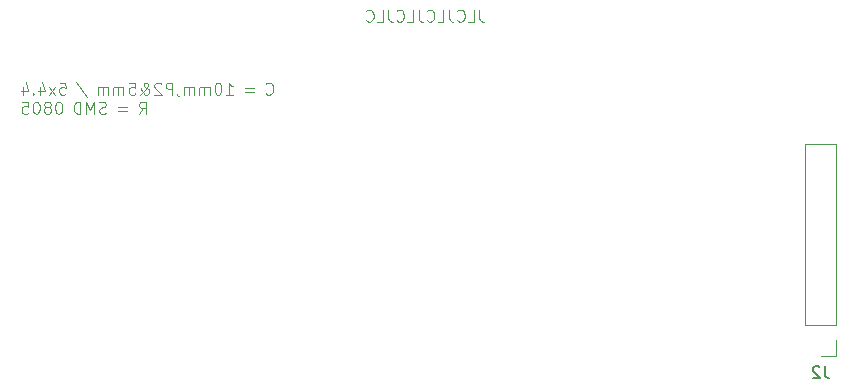
<source format=gbr>
%TF.GenerationSoftware,KiCad,Pcbnew,(6.99.0-1006-g2560c8f31b)*%
%TF.CreationDate,2022-03-06T12:20:51+01:00*%
%TF.ProjectId,freeDSP-aurora-extension-i2C-mod-display,66726565-4453-4502-9d61-75726f72612d,v1.1*%
%TF.SameCoordinates,Original*%
%TF.FileFunction,Legend,Bot*%
%TF.FilePolarity,Positive*%
%FSLAX46Y46*%
G04 Gerber Fmt 4.6, Leading zero omitted, Abs format (unit mm)*
G04 Created by KiCad (PCBNEW (6.99.0-1006-g2560c8f31b)) date 2022-03-06 12:20:51*
%MOMM*%
%LPD*%
G01*
G04 APERTURE LIST*
%ADD10C,0.100000*%
%ADD11C,0.150000*%
%ADD12C,0.120000*%
G04 APERTURE END LIST*
D10*
X140949048Y-78700380D02*
X140949048Y-79414666D01*
X140949048Y-79414666D02*
X140996667Y-79557523D01*
X140996667Y-79557523D02*
X141091905Y-79652761D01*
X141091905Y-79652761D02*
X141234762Y-79700380D01*
X141234762Y-79700380D02*
X141330000Y-79700380D01*
X139996667Y-79700380D02*
X140472857Y-79700380D01*
X140472857Y-79700380D02*
X140472857Y-78700380D01*
X139091905Y-79605142D02*
X139139524Y-79652761D01*
X139139524Y-79652761D02*
X139282381Y-79700380D01*
X139282381Y-79700380D02*
X139377619Y-79700380D01*
X139377619Y-79700380D02*
X139520476Y-79652761D01*
X139520476Y-79652761D02*
X139615714Y-79557523D01*
X139615714Y-79557523D02*
X139663333Y-79462285D01*
X139663333Y-79462285D02*
X139710952Y-79271809D01*
X139710952Y-79271809D02*
X139710952Y-79128952D01*
X139710952Y-79128952D02*
X139663333Y-78938476D01*
X139663333Y-78938476D02*
X139615714Y-78843238D01*
X139615714Y-78843238D02*
X139520476Y-78748000D01*
X139520476Y-78748000D02*
X139377619Y-78700380D01*
X139377619Y-78700380D02*
X139282381Y-78700380D01*
X139282381Y-78700380D02*
X139139524Y-78748000D01*
X139139524Y-78748000D02*
X139091905Y-78795619D01*
X138377619Y-78700380D02*
X138377619Y-79414666D01*
X138377619Y-79414666D02*
X138425238Y-79557523D01*
X138425238Y-79557523D02*
X138520476Y-79652761D01*
X138520476Y-79652761D02*
X138663333Y-79700380D01*
X138663333Y-79700380D02*
X138758571Y-79700380D01*
X137425238Y-79700380D02*
X137901428Y-79700380D01*
X137901428Y-79700380D02*
X137901428Y-78700380D01*
X136520476Y-79605142D02*
X136568095Y-79652761D01*
X136568095Y-79652761D02*
X136710952Y-79700380D01*
X136710952Y-79700380D02*
X136806190Y-79700380D01*
X136806190Y-79700380D02*
X136949047Y-79652761D01*
X136949047Y-79652761D02*
X137044285Y-79557523D01*
X137044285Y-79557523D02*
X137091904Y-79462285D01*
X137091904Y-79462285D02*
X137139523Y-79271809D01*
X137139523Y-79271809D02*
X137139523Y-79128952D01*
X137139523Y-79128952D02*
X137091904Y-78938476D01*
X137091904Y-78938476D02*
X137044285Y-78843238D01*
X137044285Y-78843238D02*
X136949047Y-78748000D01*
X136949047Y-78748000D02*
X136806190Y-78700380D01*
X136806190Y-78700380D02*
X136710952Y-78700380D01*
X136710952Y-78700380D02*
X136568095Y-78748000D01*
X136568095Y-78748000D02*
X136520476Y-78795619D01*
X135806190Y-78700380D02*
X135806190Y-79414666D01*
X135806190Y-79414666D02*
X135853809Y-79557523D01*
X135853809Y-79557523D02*
X135949047Y-79652761D01*
X135949047Y-79652761D02*
X136091904Y-79700380D01*
X136091904Y-79700380D02*
X136187142Y-79700380D01*
X134853809Y-79700380D02*
X135329999Y-79700380D01*
X135329999Y-79700380D02*
X135329999Y-78700380D01*
X133949047Y-79605142D02*
X133996666Y-79652761D01*
X133996666Y-79652761D02*
X134139523Y-79700380D01*
X134139523Y-79700380D02*
X134234761Y-79700380D01*
X134234761Y-79700380D02*
X134377618Y-79652761D01*
X134377618Y-79652761D02*
X134472856Y-79557523D01*
X134472856Y-79557523D02*
X134520475Y-79462285D01*
X134520475Y-79462285D02*
X134568094Y-79271809D01*
X134568094Y-79271809D02*
X134568094Y-79128952D01*
X134568094Y-79128952D02*
X134520475Y-78938476D01*
X134520475Y-78938476D02*
X134472856Y-78843238D01*
X134472856Y-78843238D02*
X134377618Y-78748000D01*
X134377618Y-78748000D02*
X134234761Y-78700380D01*
X134234761Y-78700380D02*
X134139523Y-78700380D01*
X134139523Y-78700380D02*
X133996666Y-78748000D01*
X133996666Y-78748000D02*
X133949047Y-78795619D01*
X133234761Y-78700380D02*
X133234761Y-79414666D01*
X133234761Y-79414666D02*
X133282380Y-79557523D01*
X133282380Y-79557523D02*
X133377618Y-79652761D01*
X133377618Y-79652761D02*
X133520475Y-79700380D01*
X133520475Y-79700380D02*
X133615713Y-79700380D01*
X132282380Y-79700380D02*
X132758570Y-79700380D01*
X132758570Y-79700380D02*
X132758570Y-78700380D01*
X131377618Y-79605142D02*
X131425237Y-79652761D01*
X131425237Y-79652761D02*
X131568094Y-79700380D01*
X131568094Y-79700380D02*
X131663332Y-79700380D01*
X131663332Y-79700380D02*
X131806189Y-79652761D01*
X131806189Y-79652761D02*
X131901427Y-79557523D01*
X131901427Y-79557523D02*
X131949046Y-79462285D01*
X131949046Y-79462285D02*
X131996665Y-79271809D01*
X131996665Y-79271809D02*
X131996665Y-79128952D01*
X131996665Y-79128952D02*
X131949046Y-78938476D01*
X131949046Y-78938476D02*
X131901427Y-78843238D01*
X131901427Y-78843238D02*
X131806189Y-78748000D01*
X131806189Y-78748000D02*
X131663332Y-78700380D01*
X131663332Y-78700380D02*
X131568094Y-78700380D01*
X131568094Y-78700380D02*
X131425237Y-78748000D01*
X131425237Y-78748000D02*
X131377618Y-78795619D01*
X122876188Y-85780142D02*
X122923807Y-85827761D01*
X122923807Y-85827761D02*
X123066664Y-85875380D01*
X123066664Y-85875380D02*
X123161902Y-85875380D01*
X123161902Y-85875380D02*
X123304759Y-85827761D01*
X123304759Y-85827761D02*
X123399997Y-85732523D01*
X123399997Y-85732523D02*
X123447616Y-85637285D01*
X123447616Y-85637285D02*
X123495235Y-85446809D01*
X123495235Y-85446809D02*
X123495235Y-85303952D01*
X123495235Y-85303952D02*
X123447616Y-85113476D01*
X123447616Y-85113476D02*
X123399997Y-85018238D01*
X123399997Y-85018238D02*
X123304759Y-84923000D01*
X123304759Y-84923000D02*
X123161902Y-84875380D01*
X123161902Y-84875380D02*
X123066664Y-84875380D01*
X123066664Y-84875380D02*
X122923807Y-84923000D01*
X122923807Y-84923000D02*
X122876188Y-84970619D01*
X121847616Y-85351571D02*
X121085712Y-85351571D01*
X121085712Y-85637285D02*
X121847616Y-85637285D01*
X119485712Y-85875380D02*
X120057140Y-85875380D01*
X119771426Y-85875380D02*
X119771426Y-84875380D01*
X119771426Y-84875380D02*
X119866664Y-85018238D01*
X119866664Y-85018238D02*
X119961902Y-85113476D01*
X119961902Y-85113476D02*
X120057140Y-85161095D01*
X118866664Y-84875380D02*
X118771426Y-84875380D01*
X118771426Y-84875380D02*
X118676188Y-84923000D01*
X118676188Y-84923000D02*
X118628569Y-84970619D01*
X118628569Y-84970619D02*
X118580950Y-85065857D01*
X118580950Y-85065857D02*
X118533331Y-85256333D01*
X118533331Y-85256333D02*
X118533331Y-85494428D01*
X118533331Y-85494428D02*
X118580950Y-85684904D01*
X118580950Y-85684904D02*
X118628569Y-85780142D01*
X118628569Y-85780142D02*
X118676188Y-85827761D01*
X118676188Y-85827761D02*
X118771426Y-85875380D01*
X118771426Y-85875380D02*
X118866664Y-85875380D01*
X118866664Y-85875380D02*
X118961902Y-85827761D01*
X118961902Y-85827761D02*
X119009521Y-85780142D01*
X119009521Y-85780142D02*
X119057140Y-85684904D01*
X119057140Y-85684904D02*
X119104759Y-85494428D01*
X119104759Y-85494428D02*
X119104759Y-85256333D01*
X119104759Y-85256333D02*
X119057140Y-85065857D01*
X119057140Y-85065857D02*
X119009521Y-84970619D01*
X119009521Y-84970619D02*
X118961902Y-84923000D01*
X118961902Y-84923000D02*
X118866664Y-84875380D01*
X118104759Y-85875380D02*
X118104759Y-85208714D01*
X118104759Y-85303952D02*
X118057140Y-85256333D01*
X118057140Y-85256333D02*
X117961902Y-85208714D01*
X117961902Y-85208714D02*
X117819045Y-85208714D01*
X117819045Y-85208714D02*
X117723807Y-85256333D01*
X117723807Y-85256333D02*
X117676188Y-85351571D01*
X117676188Y-85351571D02*
X117676188Y-85875380D01*
X117676188Y-85351571D02*
X117628569Y-85256333D01*
X117628569Y-85256333D02*
X117533331Y-85208714D01*
X117533331Y-85208714D02*
X117390474Y-85208714D01*
X117390474Y-85208714D02*
X117295235Y-85256333D01*
X117295235Y-85256333D02*
X117247616Y-85351571D01*
X117247616Y-85351571D02*
X117247616Y-85875380D01*
X116771426Y-85875380D02*
X116771426Y-85208714D01*
X116771426Y-85303952D02*
X116723807Y-85256333D01*
X116723807Y-85256333D02*
X116628569Y-85208714D01*
X116628569Y-85208714D02*
X116485712Y-85208714D01*
X116485712Y-85208714D02*
X116390474Y-85256333D01*
X116390474Y-85256333D02*
X116342855Y-85351571D01*
X116342855Y-85351571D02*
X116342855Y-85875380D01*
X116342855Y-85351571D02*
X116295236Y-85256333D01*
X116295236Y-85256333D02*
X116199998Y-85208714D01*
X116199998Y-85208714D02*
X116057141Y-85208714D01*
X116057141Y-85208714D02*
X115961902Y-85256333D01*
X115961902Y-85256333D02*
X115914283Y-85351571D01*
X115914283Y-85351571D02*
X115914283Y-85875380D01*
X115390474Y-85827761D02*
X115390474Y-85875380D01*
X115390474Y-85875380D02*
X115438093Y-85970619D01*
X115438093Y-85970619D02*
X115485712Y-86018238D01*
X114961903Y-85875380D02*
X114961903Y-84875380D01*
X114961903Y-84875380D02*
X114580951Y-84875380D01*
X114580951Y-84875380D02*
X114485713Y-84923000D01*
X114485713Y-84923000D02*
X114438094Y-84970619D01*
X114438094Y-84970619D02*
X114390475Y-85065857D01*
X114390475Y-85065857D02*
X114390475Y-85208714D01*
X114390475Y-85208714D02*
X114438094Y-85303952D01*
X114438094Y-85303952D02*
X114485713Y-85351571D01*
X114485713Y-85351571D02*
X114580951Y-85399190D01*
X114580951Y-85399190D02*
X114961903Y-85399190D01*
X114009522Y-84970619D02*
X113961903Y-84923000D01*
X113961903Y-84923000D02*
X113866665Y-84875380D01*
X113866665Y-84875380D02*
X113628570Y-84875380D01*
X113628570Y-84875380D02*
X113533332Y-84923000D01*
X113533332Y-84923000D02*
X113485713Y-84970619D01*
X113485713Y-84970619D02*
X113438094Y-85065857D01*
X113438094Y-85065857D02*
X113438094Y-85161095D01*
X113438094Y-85161095D02*
X113485713Y-85303952D01*
X113485713Y-85303952D02*
X114057141Y-85875380D01*
X114057141Y-85875380D02*
X113438094Y-85875380D01*
X112199998Y-85875380D02*
X112247618Y-85875380D01*
X112247618Y-85875380D02*
X112342856Y-85827761D01*
X112342856Y-85827761D02*
X112485713Y-85684904D01*
X112485713Y-85684904D02*
X112723808Y-85399190D01*
X112723808Y-85399190D02*
X112819046Y-85256333D01*
X112819046Y-85256333D02*
X112866665Y-85113476D01*
X112866665Y-85113476D02*
X112866665Y-85018238D01*
X112866665Y-85018238D02*
X112819046Y-84923000D01*
X112819046Y-84923000D02*
X112723808Y-84875380D01*
X112723808Y-84875380D02*
X112676189Y-84875380D01*
X112676189Y-84875380D02*
X112580951Y-84923000D01*
X112580951Y-84923000D02*
X112533332Y-85018238D01*
X112533332Y-85018238D02*
X112533332Y-85065857D01*
X112533332Y-85065857D02*
X112580951Y-85161095D01*
X112580951Y-85161095D02*
X112628570Y-85208714D01*
X112628570Y-85208714D02*
X112914284Y-85399190D01*
X112914284Y-85399190D02*
X112961903Y-85446809D01*
X112961903Y-85446809D02*
X113009522Y-85542047D01*
X113009522Y-85542047D02*
X113009522Y-85684904D01*
X113009522Y-85684904D02*
X112961903Y-85780142D01*
X112961903Y-85780142D02*
X112914284Y-85827761D01*
X112914284Y-85827761D02*
X112819046Y-85875380D01*
X112819046Y-85875380D02*
X112676189Y-85875380D01*
X112676189Y-85875380D02*
X112580951Y-85827761D01*
X112580951Y-85827761D02*
X112533332Y-85780142D01*
X112533332Y-85780142D02*
X112390475Y-85589666D01*
X112390475Y-85589666D02*
X112342856Y-85446809D01*
X112342856Y-85446809D02*
X112342856Y-85351571D01*
X111295237Y-84875380D02*
X111771427Y-84875380D01*
X111771427Y-84875380D02*
X111819046Y-85351571D01*
X111819046Y-85351571D02*
X111771427Y-85303952D01*
X111771427Y-85303952D02*
X111676189Y-85256333D01*
X111676189Y-85256333D02*
X111438094Y-85256333D01*
X111438094Y-85256333D02*
X111342856Y-85303952D01*
X111342856Y-85303952D02*
X111295237Y-85351571D01*
X111295237Y-85351571D02*
X111247618Y-85446809D01*
X111247618Y-85446809D02*
X111247618Y-85684904D01*
X111247618Y-85684904D02*
X111295237Y-85780142D01*
X111295237Y-85780142D02*
X111342856Y-85827761D01*
X111342856Y-85827761D02*
X111438094Y-85875380D01*
X111438094Y-85875380D02*
X111676189Y-85875380D01*
X111676189Y-85875380D02*
X111771427Y-85827761D01*
X111771427Y-85827761D02*
X111819046Y-85780142D01*
X110819046Y-85875380D02*
X110819046Y-85208714D01*
X110819046Y-85303952D02*
X110771427Y-85256333D01*
X110771427Y-85256333D02*
X110676189Y-85208714D01*
X110676189Y-85208714D02*
X110533332Y-85208714D01*
X110533332Y-85208714D02*
X110438094Y-85256333D01*
X110438094Y-85256333D02*
X110390475Y-85351571D01*
X110390475Y-85351571D02*
X110390475Y-85875380D01*
X110390475Y-85351571D02*
X110342856Y-85256333D01*
X110342856Y-85256333D02*
X110247618Y-85208714D01*
X110247618Y-85208714D02*
X110104761Y-85208714D01*
X110104761Y-85208714D02*
X110009522Y-85256333D01*
X110009522Y-85256333D02*
X109961903Y-85351571D01*
X109961903Y-85351571D02*
X109961903Y-85875380D01*
X109485713Y-85875380D02*
X109485713Y-85208714D01*
X109485713Y-85303952D02*
X109438094Y-85256333D01*
X109438094Y-85256333D02*
X109342856Y-85208714D01*
X109342856Y-85208714D02*
X109199999Y-85208714D01*
X109199999Y-85208714D02*
X109104761Y-85256333D01*
X109104761Y-85256333D02*
X109057142Y-85351571D01*
X109057142Y-85351571D02*
X109057142Y-85875380D01*
X109057142Y-85351571D02*
X109009523Y-85256333D01*
X109009523Y-85256333D02*
X108914285Y-85208714D01*
X108914285Y-85208714D02*
X108771428Y-85208714D01*
X108771428Y-85208714D02*
X108676189Y-85256333D01*
X108676189Y-85256333D02*
X108628570Y-85351571D01*
X108628570Y-85351571D02*
X108628570Y-85875380D01*
X106838095Y-84827761D02*
X107695237Y-86113476D01*
X105428571Y-84875380D02*
X105904761Y-84875380D01*
X105904761Y-84875380D02*
X105952380Y-85351571D01*
X105952380Y-85351571D02*
X105904761Y-85303952D01*
X105904761Y-85303952D02*
X105809523Y-85256333D01*
X105809523Y-85256333D02*
X105571428Y-85256333D01*
X105571428Y-85256333D02*
X105476190Y-85303952D01*
X105476190Y-85303952D02*
X105428571Y-85351571D01*
X105428571Y-85351571D02*
X105380952Y-85446809D01*
X105380952Y-85446809D02*
X105380952Y-85684904D01*
X105380952Y-85684904D02*
X105428571Y-85780142D01*
X105428571Y-85780142D02*
X105476190Y-85827761D01*
X105476190Y-85827761D02*
X105571428Y-85875380D01*
X105571428Y-85875380D02*
X105809523Y-85875380D01*
X105809523Y-85875380D02*
X105904761Y-85827761D01*
X105904761Y-85827761D02*
X105952380Y-85780142D01*
X105047618Y-85875380D02*
X104523809Y-85208714D01*
X105047618Y-85208714D02*
X104523809Y-85875380D01*
X103714285Y-85208714D02*
X103714285Y-85875380D01*
X103952380Y-84827761D02*
X104190475Y-85542047D01*
X104190475Y-85542047D02*
X103571428Y-85542047D01*
X103190475Y-85780142D02*
X103142856Y-85827761D01*
X103142856Y-85827761D02*
X103190475Y-85875380D01*
X103190475Y-85875380D02*
X103238094Y-85827761D01*
X103238094Y-85827761D02*
X103190475Y-85780142D01*
X103190475Y-85780142D02*
X103190475Y-85875380D01*
X102285714Y-85208714D02*
X102285714Y-85875380D01*
X102523809Y-84827761D02*
X102761904Y-85542047D01*
X102761904Y-85542047D02*
X102142857Y-85542047D01*
X112133333Y-87495380D02*
X112466666Y-87019190D01*
X112704761Y-87495380D02*
X112704761Y-86495380D01*
X112704761Y-86495380D02*
X112323809Y-86495380D01*
X112323809Y-86495380D02*
X112228571Y-86543000D01*
X112228571Y-86543000D02*
X112180952Y-86590619D01*
X112180952Y-86590619D02*
X112133333Y-86685857D01*
X112133333Y-86685857D02*
X112133333Y-86828714D01*
X112133333Y-86828714D02*
X112180952Y-86923952D01*
X112180952Y-86923952D02*
X112228571Y-86971571D01*
X112228571Y-86971571D02*
X112323809Y-87019190D01*
X112323809Y-87019190D02*
X112704761Y-87019190D01*
X111104761Y-86971571D02*
X110342857Y-86971571D01*
X110342857Y-87257285D02*
X111104761Y-87257285D01*
X109314285Y-87447761D02*
X109171428Y-87495380D01*
X109171428Y-87495380D02*
X108933333Y-87495380D01*
X108933333Y-87495380D02*
X108838095Y-87447761D01*
X108838095Y-87447761D02*
X108790476Y-87400142D01*
X108790476Y-87400142D02*
X108742857Y-87304904D01*
X108742857Y-87304904D02*
X108742857Y-87209666D01*
X108742857Y-87209666D02*
X108790476Y-87114428D01*
X108790476Y-87114428D02*
X108838095Y-87066809D01*
X108838095Y-87066809D02*
X108933333Y-87019190D01*
X108933333Y-87019190D02*
X109123809Y-86971571D01*
X109123809Y-86971571D02*
X109219047Y-86923952D01*
X109219047Y-86923952D02*
X109266666Y-86876333D01*
X109266666Y-86876333D02*
X109314285Y-86781095D01*
X109314285Y-86781095D02*
X109314285Y-86685857D01*
X109314285Y-86685857D02*
X109266666Y-86590619D01*
X109266666Y-86590619D02*
X109219047Y-86543000D01*
X109219047Y-86543000D02*
X109123809Y-86495380D01*
X109123809Y-86495380D02*
X108885714Y-86495380D01*
X108885714Y-86495380D02*
X108742857Y-86543000D01*
X108314285Y-87495380D02*
X108314285Y-86495380D01*
X108314285Y-86495380D02*
X107980952Y-87209666D01*
X107980952Y-87209666D02*
X107647619Y-86495380D01*
X107647619Y-86495380D02*
X107647619Y-87495380D01*
X107171428Y-87495380D02*
X107171428Y-86495380D01*
X107171428Y-86495380D02*
X106933333Y-86495380D01*
X106933333Y-86495380D02*
X106790476Y-86543000D01*
X106790476Y-86543000D02*
X106695238Y-86638238D01*
X106695238Y-86638238D02*
X106647619Y-86733476D01*
X106647619Y-86733476D02*
X106600000Y-86923952D01*
X106600000Y-86923952D02*
X106600000Y-87066809D01*
X106600000Y-87066809D02*
X106647619Y-87257285D01*
X106647619Y-87257285D02*
X106695238Y-87352523D01*
X106695238Y-87352523D02*
X106790476Y-87447761D01*
X106790476Y-87447761D02*
X106933333Y-87495380D01*
X106933333Y-87495380D02*
X107171428Y-87495380D01*
X105380952Y-86495380D02*
X105285714Y-86495380D01*
X105285714Y-86495380D02*
X105190476Y-86543000D01*
X105190476Y-86543000D02*
X105142857Y-86590619D01*
X105142857Y-86590619D02*
X105095238Y-86685857D01*
X105095238Y-86685857D02*
X105047619Y-86876333D01*
X105047619Y-86876333D02*
X105047619Y-87114428D01*
X105047619Y-87114428D02*
X105095238Y-87304904D01*
X105095238Y-87304904D02*
X105142857Y-87400142D01*
X105142857Y-87400142D02*
X105190476Y-87447761D01*
X105190476Y-87447761D02*
X105285714Y-87495380D01*
X105285714Y-87495380D02*
X105380952Y-87495380D01*
X105380952Y-87495380D02*
X105476190Y-87447761D01*
X105476190Y-87447761D02*
X105523809Y-87400142D01*
X105523809Y-87400142D02*
X105571428Y-87304904D01*
X105571428Y-87304904D02*
X105619047Y-87114428D01*
X105619047Y-87114428D02*
X105619047Y-86876333D01*
X105619047Y-86876333D02*
X105571428Y-86685857D01*
X105571428Y-86685857D02*
X105523809Y-86590619D01*
X105523809Y-86590619D02*
X105476190Y-86543000D01*
X105476190Y-86543000D02*
X105380952Y-86495380D01*
X104476190Y-86923952D02*
X104571428Y-86876333D01*
X104571428Y-86876333D02*
X104619047Y-86828714D01*
X104619047Y-86828714D02*
X104666666Y-86733476D01*
X104666666Y-86733476D02*
X104666666Y-86685857D01*
X104666666Y-86685857D02*
X104619047Y-86590619D01*
X104619047Y-86590619D02*
X104571428Y-86543000D01*
X104571428Y-86543000D02*
X104476190Y-86495380D01*
X104476190Y-86495380D02*
X104285714Y-86495380D01*
X104285714Y-86495380D02*
X104190476Y-86543000D01*
X104190476Y-86543000D02*
X104142857Y-86590619D01*
X104142857Y-86590619D02*
X104095238Y-86685857D01*
X104095238Y-86685857D02*
X104095238Y-86733476D01*
X104095238Y-86733476D02*
X104142857Y-86828714D01*
X104142857Y-86828714D02*
X104190476Y-86876333D01*
X104190476Y-86876333D02*
X104285714Y-86923952D01*
X104285714Y-86923952D02*
X104476190Y-86923952D01*
X104476190Y-86923952D02*
X104571428Y-86971571D01*
X104571428Y-86971571D02*
X104619047Y-87019190D01*
X104619047Y-87019190D02*
X104666666Y-87114428D01*
X104666666Y-87114428D02*
X104666666Y-87304904D01*
X104666666Y-87304904D02*
X104619047Y-87400142D01*
X104619047Y-87400142D02*
X104571428Y-87447761D01*
X104571428Y-87447761D02*
X104476190Y-87495380D01*
X104476190Y-87495380D02*
X104285714Y-87495380D01*
X104285714Y-87495380D02*
X104190476Y-87447761D01*
X104190476Y-87447761D02*
X104142857Y-87400142D01*
X104142857Y-87400142D02*
X104095238Y-87304904D01*
X104095238Y-87304904D02*
X104095238Y-87114428D01*
X104095238Y-87114428D02*
X104142857Y-87019190D01*
X104142857Y-87019190D02*
X104190476Y-86971571D01*
X104190476Y-86971571D02*
X104285714Y-86923952D01*
X103476190Y-86495380D02*
X103380952Y-86495380D01*
X103380952Y-86495380D02*
X103285714Y-86543000D01*
X103285714Y-86543000D02*
X103238095Y-86590619D01*
X103238095Y-86590619D02*
X103190476Y-86685857D01*
X103190476Y-86685857D02*
X103142857Y-86876333D01*
X103142857Y-86876333D02*
X103142857Y-87114428D01*
X103142857Y-87114428D02*
X103190476Y-87304904D01*
X103190476Y-87304904D02*
X103238095Y-87400142D01*
X103238095Y-87400142D02*
X103285714Y-87447761D01*
X103285714Y-87447761D02*
X103380952Y-87495380D01*
X103380952Y-87495380D02*
X103476190Y-87495380D01*
X103476190Y-87495380D02*
X103571428Y-87447761D01*
X103571428Y-87447761D02*
X103619047Y-87400142D01*
X103619047Y-87400142D02*
X103666666Y-87304904D01*
X103666666Y-87304904D02*
X103714285Y-87114428D01*
X103714285Y-87114428D02*
X103714285Y-86876333D01*
X103714285Y-86876333D02*
X103666666Y-86685857D01*
X103666666Y-86685857D02*
X103619047Y-86590619D01*
X103619047Y-86590619D02*
X103571428Y-86543000D01*
X103571428Y-86543000D02*
X103476190Y-86495380D01*
X102238095Y-86495380D02*
X102714285Y-86495380D01*
X102714285Y-86495380D02*
X102761904Y-86971571D01*
X102761904Y-86971571D02*
X102714285Y-86923952D01*
X102714285Y-86923952D02*
X102619047Y-86876333D01*
X102619047Y-86876333D02*
X102380952Y-86876333D01*
X102380952Y-86876333D02*
X102285714Y-86923952D01*
X102285714Y-86923952D02*
X102238095Y-86971571D01*
X102238095Y-86971571D02*
X102190476Y-87066809D01*
X102190476Y-87066809D02*
X102190476Y-87304904D01*
X102190476Y-87304904D02*
X102238095Y-87400142D01*
X102238095Y-87400142D02*
X102285714Y-87447761D01*
X102285714Y-87447761D02*
X102380952Y-87495380D01*
X102380952Y-87495380D02*
X102619047Y-87495380D01*
X102619047Y-87495380D02*
X102714285Y-87447761D01*
X102714285Y-87447761D02*
X102761904Y-87400142D01*
D11*
%TO.C,J2*%
X170172333Y-108864380D02*
X170172333Y-109578666D01*
X170172333Y-109578666D02*
X170219952Y-109721523D01*
X170219952Y-109721523D02*
X170315190Y-109816761D01*
X170315190Y-109816761D02*
X170458047Y-109864380D01*
X170458047Y-109864380D02*
X170553285Y-109864380D01*
X169743761Y-108959619D02*
X169696142Y-108912000D01*
X169696142Y-108912000D02*
X169600904Y-108864380D01*
X169600904Y-108864380D02*
X169362809Y-108864380D01*
X169362809Y-108864380D02*
X169267571Y-108912000D01*
X169267571Y-108912000D02*
X169219952Y-108959619D01*
X169219952Y-108959619D02*
X169172333Y-109054857D01*
X169172333Y-109054857D02*
X169172333Y-109150095D01*
X169172333Y-109150095D02*
X169219952Y-109292952D01*
X169219952Y-109292952D02*
X169791380Y-109864380D01*
X169791380Y-109864380D02*
X169172333Y-109864380D01*
D12*
X168509000Y-90072000D02*
X171169000Y-90072000D01*
X168509000Y-105372000D02*
X168509000Y-90072000D01*
X168509000Y-105372000D02*
X171169000Y-105372000D01*
X169839000Y-107972000D02*
X171169000Y-107972000D01*
X171169000Y-105372000D02*
X171169000Y-90072000D01*
X171169000Y-107972000D02*
X171169000Y-106642000D01*
%TD*%
M02*

</source>
